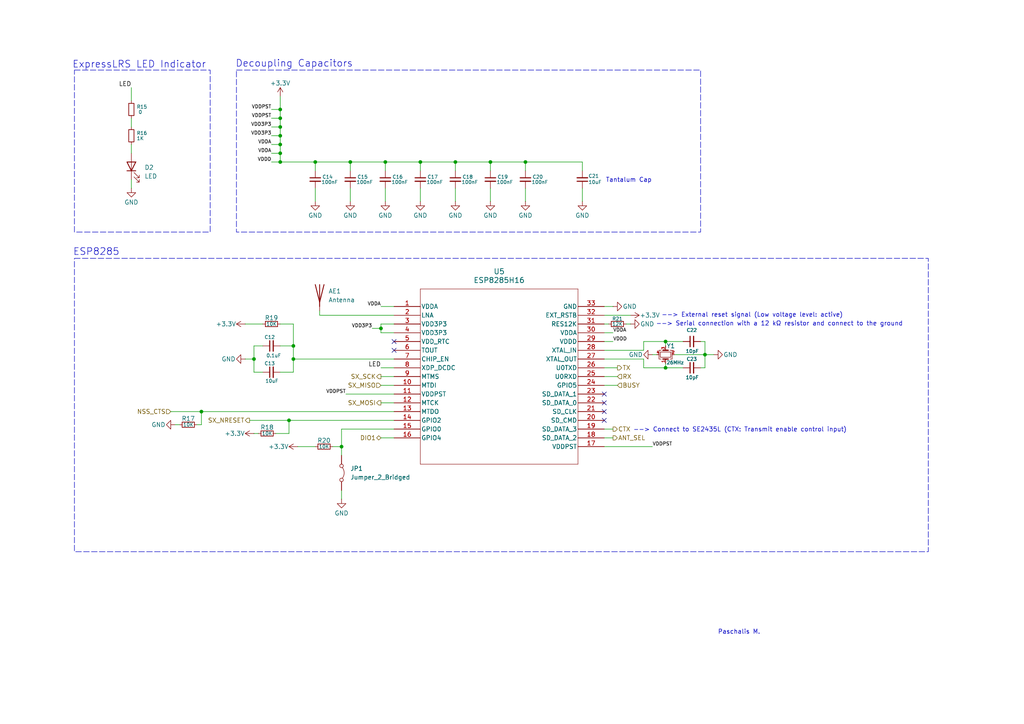
<source format=kicad_sch>
(kicad_sch (version 20231120) (generator "eeschema") (generator_version "8.0")
  (paper "A4")
  (title_block (title "ESP8285") (date "05-01-2025") (rev "1.0") (company "https://github.com/Paschalis") (comment 1 "based on signal strength.") (comment 2 "SX1280 and manages antenna diversity by dynamically switching antennas ") (comment 3 "Is used to flash the ELRS firmware for a 2.4GHz receiver. It controls the  "))
  (lib_symbols
    (symbol "Device:Antenna" (pin_numbers hide) (pin_names (offset 1.016) hide)
      (property "Reference" "AE" (at -1.905 1.905 0))
      (property "Value" "Antenna" (at -1.905 0 0))
      (symbol "Antenna_0_1"
        (polyline (pts (xy 0 2.54) (xy 0 -3.81)) (stroke (width 0.254)))
        (polyline (pts (xy 1.27 2.54) (xy 0 -2.54) (xy -1.27 2.54)) (stroke (width 0.254)))
      )
      (symbol "Antenna_1_1"
        (pin input line (at 0 -5.08 90) (length 2.54) (name "A") (number "1"))
      )
    )
    (symbol "Device:C_Small" (pin_numbers hide) (pin_names (offset 0.254) hide)
      (property "Reference" "C" (at 0.254 1.778 0))
      (property "Value" "C_Small" (at 0.254 -2.032 0))
      (symbol "C_Small_0_1"
        (polyline (pts (xy -1.524 -0.508) (xy 1.524 -0.508)) (stroke (width 0.3302)))
        (polyline (pts (xy -1.524 0.508) (xy 1.524 0.508)) (stroke (width 0.3048)))
      )
      (symbol "C_Small_1_1"
        (pin passive line (at 0 2.54 270) (length 2.032) (name "~") (number "1"))
        (pin passive line (at 0 -2.54 90) (length 2.032) (name "~") (number "2"))
      )
    )
    (symbol "Device:Crystal_GND24_Small" (pin_names (offset 1.016) hide)
      (property "Reference" "Y" (at 1.27 4.445 0))
      (property "Value" "Crystal_GND24_Small" (at 1.27 2.54 0))
      (symbol "Crystal_GND24_Small_0_1"
        (rectangle (start -0.762 -1.524) (end 0.762 1.524))
        (polyline (pts (xy -1.27 -0.762) (xy -1.27 0.762)) (stroke (width 0.381)))
        (polyline (pts (xy 1.27 -0.762) (xy 1.27 0.762)) (stroke (width 0.381)))
        (polyline (pts (xy -1.27 -1.27) (xy -1.27 -1.905) (xy 1.27 -1.905) (xy 1.27 -1.27)))
        (polyline (pts (xy -1.27 1.27) (xy -1.27 1.905) (xy 1.27 1.905) (xy 1.27 1.27)))
      )
      (symbol "Crystal_GND24_Small_1_1"
        (pin passive line (at -2.54 0 0) (length 1.27) (name "1") (number "1"))
        (pin passive line (at 0 -2.54 90) (length 0.635) (name "2") (number "2"))
        (pin passive line (at 2.54 0 180) (length 1.27) (name "3") (number "3"))
        (pin passive line (at 0 2.54 270) (length 0.635) (name "4") (number "4"))
      )
    )
    (symbol "Device:LED" (pin_numbers hide) (pin_names (offset 1.016) hide)
      (property "Reference" "D" (at 0 2.54 0))
      (property "Value" "LED" (at 0 -2.54 0))
      (symbol "LED_0_1"
        (polyline (pts (xy -1.27 -1.27) (xy -1.27 1.27)) (stroke (width 0.254)))
        (polyline (pts (xy -1.27 0) (xy 1.27 0)))
        (polyline (pts (xy 1.27 -1.27) (xy 1.27 1.27) (xy -1.27 0) (xy 1.27 -1.27)) (stroke (width 0.254)))
        (polyline (pts (xy -3.048 -0.762) (xy -4.572 -2.286) (xy -3.81 -2.286) (xy -4.572 -2.286) (xy -4.572 -1.524)))
        (polyline (pts (xy -1.778 -0.762) (xy -3.302 -2.286) (xy -2.54 -2.286) (xy -3.302 -2.286) (xy -3.302 -1.524)))
      )
      (symbol "LED_1_1"
        (pin passive line (at -3.81 0 0) (length 2.54) (name "K") (number "1"))
        (pin passive line (at 3.81 0 180) (length 2.54) (name "A") (number "2"))
      )
    )
    (symbol "Device:R_Small" (pin_numbers hide) (pin_names (offset 0.254) hide)
      (property "Reference" "R" (at 0.762 0.508 0))
      (property "Value" "R_Small" (at 0.762 -1.016 0))
      (symbol "R_Small_0_1"
        (rectangle (start -0.762 1.778) (end 0.762 -1.778) (stroke (width 0.2032)))
      )
      (symbol "R_Small_1_1"
        (pin passive line (at 0 2.54 270) (length 0.762) (name "~") (number "1"))
        (pin passive line (at 0 -2.54 90) (length 0.762) (name "~") (number "2"))
      )
    )
    (symbol "ESP8285H16:ESP8285H16" (pin_names (offset 0.254))
      (property "Reference" "U" (at 30.48 10.16 0))
      (property "Value" "ESP8285H16" (at 30.48 7.62 0))
      (symbol "ESP8285H16_0_1"
        (polyline (pts (xy 7.62 -45.72) (xy 53.34 -45.72)) (stroke (width 0.127)))
        (polyline (pts (xy 7.62 5.08) (xy 7.62 -45.72)) (stroke (width 0.127)))
        (polyline (pts (xy 53.34 -45.72) (xy 53.34 5.08)) (stroke (width 0.127)))
        (polyline (pts (xy 53.34 5.08) (xy 7.62 5.08)) (stroke (width 0.127)))
        (pin power_in line (at 0 0 0) (length 7.62) (name "VDDA") (number "1"))
        (pin bidirectional line (at 0 -22.86 0) (length 7.62) (name "MTDI") (number "10"))
        (pin power_in line (at 0 -25.4 0) (length 7.62) (name "VDDPST") (number "11"))
        (pin bidirectional line (at 0 -27.94 0) (length 7.62) (name "MTCK") (number "12"))
        (pin bidirectional line (at 0 -30.48 0) (length 7.62) (name "MTDO") (number "13"))
        (pin bidirectional line (at 0 -33.02 0) (length 7.62) (name "GPIO2") (number "14"))
        (pin bidirectional line (at 0 -35.56 0) (length 7.62) (name "GPIO0") (number "15"))
        (pin bidirectional line (at 0 -38.1 0) (length 7.62) (name "GPIO4") (number "16"))
        (pin power_in line (at 60.96 -40.64 180) (length 7.62) (name "VDDPST") (number "17"))
        (pin bidirectional line (at 60.96 -38.1 180) (length 7.62) (name "SD_DATA_2") (number "18"))
        (pin bidirectional line (at 60.96 -35.56 180) (length 7.62) (name "SD_DATA_3") (number "19"))
        (pin bidirectional line (at 0 -2.54 0) (length 7.62) (name "LNA") (number "2"))
        (pin bidirectional line (at 60.96 -33.02 180) (length 7.62) (name "SD_CMD") (number "20"))
        (pin bidirectional line (at 60.96 -30.48 180) (length 7.62) (name "SD_CLK") (number "21"))
        (pin bidirectional line (at 60.96 -27.94 180) (length 7.62) (name "SD_DATA_0") (number "22"))
        (pin bidirectional line (at 60.96 -25.4 180) (length 7.62) (name "SD_DATA_1") (number "23"))
        (pin bidirectional line (at 60.96 -22.86 180) (length 7.62) (name "GPIO5") (number "24"))
        (pin bidirectional line (at 60.96 -20.32 180) (length 7.62) (name "U0RXD") (number "25"))
        (pin bidirectional line (at 60.96 -17.78 180) (length 7.62) (name "U0TXD") (number "26"))
        (pin bidirectional line (at 60.96 -15.24 180) (length 7.62) (name "XTAL_OUT") (number "27"))
        (pin bidirectional line (at 60.96 -12.7 180) (length 7.62) (name "XTAL_IN") (number "28"))
        (pin power_in line (at 60.96 -10.16 180) (length 7.62) (name "VDDD") (number "29"))
        (pin power_in line (at 0 -5.08 0) (length 7.62) (name "VDD3P3") (number "3"))
        (pin power_in line (at 60.96 -7.62 180) (length 7.62) (name "VDDA") (number "30"))
        (pin input line (at 60.96 -5.08 180) (length 7.62) (name "RES12K") (number "31"))
        (pin input line (at 60.96 -2.54 180) (length 7.62) (name "EXT_RSTB") (number "32"))
        (pin power_out line (at 60.96 0 180) (length 7.62) (name "GND") (number "33"))
        (pin power_in line (at 0 -7.62 0) (length 7.62) (name "VDD3P3") (number "4"))
        (pin power_in line (at 0 -10.16 0) (length 7.62) (name "VDD_RTC") (number "5"))
        (pin input line (at 0 -12.7 0) (length 7.62) (name "TOUT") (number "6"))
        (pin input line (at 0 -15.24 0) (length 7.62) (name "CHIP_EN") (number "7"))
        (pin bidirectional line (at 0 -17.78 0) (length 7.62) (name "XDP_DCDC") (number "8"))
        (pin bidirectional line (at 0 -20.32 0) (length 7.62) (name "MTMS") (number "9"))
      )
    )
    (symbol "Jumper:Jumper_2_Bridged" (pin_numbers hide) (pin_names (offset 0) hide) (exclude_from_sim yes)
      (property "Reference" "JP" (at 0 1.905 0))
      (property "Value" "Jumper_2_Bridged" (at 0 -2.54 0))
      (symbol "Jumper_2_Bridged_0_0"
        (circle (center -2.032 0) (radius 0.508))
        (circle (center 2.032 0) (radius 0.508))
      )
      (symbol "Jumper_2_Bridged_0_1"
        (arc (start 1.524 0.254) (mid 0 0.762) (end -1.524 0.254))
      )
      (symbol "Jumper_2_Bridged_1_1"
        (pin passive line (at -5.08 0 0) (length 2.54) (name "A") (number "1"))
        (pin passive line (at 5.08 0 180) (length 2.54) (name "B") (number "2"))
      )
    )
    (symbol "power:+3.3V" (power) (pin_numbers hide) (pin_names (offset 0) hide)
      (property "Value" "+3.3V" (at 0 3.556 0))
      (symbol "+3.3V_0_1"
        (polyline (pts (xy -0.762 1.27) (xy 0 2.54)))
        (polyline (pts (xy 0 0) (xy 0 2.54)))
        (polyline (pts (xy 0 2.54) (xy 0.762 1.27)))
      )
      (symbol "+3.3V_1_1"
        (pin power_in line (at 0 0 90) (length 0) (name "~") (number "1"))
      )
    )
    (symbol "power:GND" (power) (pin_numbers hide) (pin_names (offset 0) hide)
      (property "Value" "GND" (at 0 -3.81 0))
      (symbol "GND_0_1"
        (polyline (pts (xy 0 0) (xy 0 -1.27) (xy 1.27 -1.27) (xy 0 -2.54) (xy -1.27 -1.27) (xy 0 -1.27)))
      )
      (symbol "GND_1_1"
        (pin power_in line (at 0 0 270) (length 0) (name "~") (number "1"))
      )
    )
  )
  (junction (at 111.76 46.99))
  (junction (at 73.66 104.14))
  (junction (at 121.92 46.99))
  (junction (at 152.4 46.99))
  (junction (at 193.04 99.06))
  (junction (at 193.04 106.68))
  (junction (at 81.28 31.75))
  (junction (at 81.28 46.99))
  (junction (at 110.49 95.25))
  (junction (at 81.28 34.29))
  (junction (at 91.44 46.99))
  (junction (at 142.24 46.99))
  (junction (at 132.08 46.99))
  (junction (at 85.09 100.33))
  (junction (at 85.09 104.14))
  (junction (at 204.47 102.87))
  (junction (at 81.28 39.37))
  (junction (at 99.06 129.54))
  (junction (at 101.6 46.99))
  (junction (at 58.42 119.38))
  (junction (at 81.28 41.91))
  (junction (at 81.28 36.83))
  (junction (at 83.82 121.92))
  (junction (at 81.28 44.45))
  (no_connect (at 114.3 99.06))
  (no_connect (at 175.26 119.38))
  (no_connect (at 175.26 121.92))
  (no_connect (at 114.3 101.6))
  (no_connect (at 175.26 116.84))
  (no_connect (at 175.26 114.3))
  (wire (pts (xy 58.42 123.19) (xy 57.15 123.19)))
  (wire (pts (xy 152.4 49.53) (xy 152.4 46.99)))
  (wire (pts (xy 152.4 46.99) (xy 168.91 46.99)))
  (wire (pts (xy 168.91 54.61) (xy 168.91 58.42)))
  (wire (pts (xy 50.8 123.19) (xy 52.07 123.19)))
  (wire (pts (xy 81.28 93.98) (xy 85.09 93.98)))
  (wire (pts (xy 121.92 46.99) (xy 121.92 49.53)))
  (wire (pts (xy 142.24 46.99) (xy 132.08 46.99)))
  (wire (pts (xy 58.42 119.38) (xy 114.3 119.38)))
  (wire (pts (xy 175.26 99.06) (xy 177.8 99.06)))
  (wire (pts (xy 203.2 106.68) (xy 204.47 106.68)))
  (wire (pts (xy 78.74 41.91) (xy 81.28 41.91)))
  (wire (pts (xy 78.74 46.99) (xy 81.28 46.99)))
  (wire (pts (xy 111.76 46.99) (xy 111.76 49.53)))
  (wire (pts (xy 81.28 44.45) (xy 81.28 41.91)))
  (wire (pts (xy 99.06 124.46) (xy 99.06 129.54)))
  (wire (pts (xy 73.66 125.73) (xy 74.93 125.73)))
  (wire (pts (xy 72.39 121.92) (xy 83.82 121.92)))
  (wire (pts (xy 175.26 129.54) (xy 189.23 129.54)))
  (wire (pts (xy 83.82 125.73) (xy 80.01 125.73)))
  (wire (pts (xy 175.26 93.98) (xy 176.53 93.98)))
  (wire (pts (xy 81.28 39.37) (xy 81.28 36.83)))
  (wire (pts (xy 175.26 109.22) (xy 179.07 109.22)))
  (wire (pts (xy 195.58 102.87) (xy 204.47 102.87)))
  (wire (pts (xy 86.36 129.54) (xy 91.44 129.54)))
  (wire (pts (xy 175.26 104.14) (xy 186.69 104.14)))
  (wire (pts (xy 110.49 96.52) (xy 114.3 96.52)))
  (wire (pts (xy 175.26 124.46) (xy 177.8 124.46)))
  (wire (pts (xy 142.24 46.99) (xy 142.24 49.53)))
  (wire (pts (xy 110.49 111.76) (xy 114.3 111.76)))
  (wire (pts (xy 175.26 111.76) (xy 179.07 111.76)))
  (wire (pts (xy 121.92 54.61) (xy 121.92 58.42)))
  (wire (pts (xy 101.6 46.99) (xy 91.44 46.99)))
  (wire (pts (xy 81.28 46.99) (xy 81.28 44.45)))
  (wire (pts (xy 85.09 93.98) (xy 85.09 100.33)))
  (wire (pts (xy 81.28 36.83) (xy 81.28 34.29)))
  (wire (pts (xy 193.04 106.68) (xy 193.04 105.41)))
  (wire (pts (xy 99.06 142.24) (xy 99.06 144.78)))
  (wire (pts (xy 121.92 46.99) (xy 111.76 46.99)))
  (wire (pts (xy 111.76 54.61) (xy 111.76 58.42)))
  (wire (pts (xy 81.28 31.75) (xy 81.28 34.29)))
  (wire (pts (xy 186.69 106.68) (xy 193.04 106.68)))
  (wire (pts (xy 91.44 46.99) (xy 91.44 49.53)))
  (wire (pts (xy 81.28 27.94) (xy 81.28 31.75)))
  (wire (pts (xy 83.82 125.73) (xy 83.82 121.92)))
  (wire (pts (xy 186.69 101.6) (xy 186.69 99.06)))
  (wire (pts (xy 110.49 93.98) (xy 110.49 95.25)))
  (wire (pts (xy 198.12 106.68) (xy 193.04 106.68)))
  (wire (pts (xy 175.26 96.52) (xy 177.8 96.52)))
  (wire (pts (xy 85.09 100.33) (xy 81.28 100.33)))
  (wire (pts (xy 111.76 46.99) (xy 101.6 46.99)))
  (wire (pts (xy 38.1 41.91) (xy 38.1 44.45)))
  (wire (pts (xy 142.24 54.61) (xy 142.24 58.42)))
  (wire (pts (xy 168.91 49.53) (xy 168.91 46.99)))
  (wire (pts (xy 189.23 102.87) (xy 190.5 102.87)))
  (wire (pts (xy 85.09 104.14) (xy 114.3 104.14)))
  (wire (pts (xy 193.04 99.06) (xy 193.04 100.33)))
  (wire (pts (xy 73.66 107.95) (xy 73.66 104.14)))
  (wire (pts (xy 101.6 46.99) (xy 101.6 49.53)))
  (wire (pts (xy 92.71 91.44) (xy 114.3 91.44)))
  (wire (pts (xy 81.28 107.95) (xy 85.09 107.95)))
  (wire (pts (xy 76.2 107.95) (xy 73.66 107.95)))
  (wire (pts (xy 152.4 46.99) (xy 142.24 46.99)))
  (wire (pts (xy 132.08 46.99) (xy 121.92 46.99)))
  (wire (pts (xy 78.74 31.75) (xy 81.28 31.75)))
  (wire (pts (xy 38.1 34.29) (xy 38.1 36.83)))
  (wire (pts (xy 78.74 36.83) (xy 81.28 36.83)))
  (wire (pts (xy 49.53 119.38) (xy 58.42 119.38)))
  (wire (pts (xy 114.3 124.46) (xy 99.06 124.46)))
  (wire (pts (xy 204.47 106.68) (xy 204.47 102.87)))
  (wire (pts (xy 71.12 93.98) (xy 76.2 93.98)))
  (wire (pts (xy 101.6 54.61) (xy 101.6 58.42)))
  (wire (pts (xy 58.42 123.19) (xy 58.42 119.38)))
  (wire (pts (xy 81.28 41.91) (xy 81.28 39.37)))
  (wire (pts (xy 110.49 93.98) (xy 114.3 93.98)))
  (wire (pts (xy 38.1 52.07) (xy 38.1 54.61)))
  (wire (pts (xy 99.06 129.54) (xy 99.06 132.08)))
  (wire (pts (xy 85.09 100.33) (xy 85.09 104.14)))
  (wire (pts (xy 91.44 54.61) (xy 91.44 58.42)))
  (wire (pts (xy 81.28 34.29) (xy 78.74 34.29)))
  (wire (pts (xy 76.2 100.33) (xy 73.66 100.33)))
  (wire (pts (xy 186.69 99.06) (xy 193.04 99.06)))
  (wire (pts (xy 107.95 95.25) (xy 110.49 95.25)))
  (wire (pts (xy 78.74 39.37) (xy 81.28 39.37)))
  (wire (pts (xy 110.49 95.25) (xy 110.49 96.52)))
  (wire (pts (xy 73.66 100.33) (xy 73.66 104.14)))
  (wire (pts (xy 38.1 25.4) (xy 38.1 29.21)))
  (wire (pts (xy 203.2 99.06) (xy 204.47 99.06)))
  (wire (pts (xy 83.82 121.92) (xy 114.3 121.92)))
  (wire (pts (xy 110.49 116.84) (xy 114.3 116.84)))
  (wire (pts (xy 204.47 99.06) (xy 204.47 102.87)))
  (wire (pts (xy 92.71 90.17) (xy 92.71 91.44)))
  (wire (pts (xy 198.12 99.06) (xy 193.04 99.06)))
  (wire (pts (xy 110.49 106.68) (xy 114.3 106.68)))
  (wire (pts (xy 175.26 106.68) (xy 179.07 106.68)))
  (wire (pts (xy 91.44 46.99) (xy 81.28 46.99)))
  (wire (pts (xy 175.26 88.9) (xy 177.8 88.9)))
  (wire (pts (xy 181.61 93.98) (xy 182.88 93.98)))
  (wire (pts (xy 132.08 54.61) (xy 132.08 58.42)))
  (wire (pts (xy 175.26 91.44) (xy 182.88 91.44)))
  (wire (pts (xy 186.69 104.14) (xy 186.69 106.68)))
  (wire (pts (xy 152.4 54.61) (xy 152.4 58.42)))
  (wire (pts (xy 110.49 88.9) (xy 114.3 88.9)))
  (wire (pts (xy 78.74 44.45) (xy 81.28 44.45)))
  (wire (pts (xy 204.47 102.87) (xy 207.01 102.87)))
  (wire (pts (xy 110.49 127) (xy 114.3 127)))
  (wire (pts (xy 175.26 101.6) (xy 186.69 101.6)))
  (wire (pts (xy 73.66 104.14) (xy 71.12 104.14)))
  (wire (pts (xy 110.49 109.22) (xy 114.3 109.22)))
  (wire (pts (xy 100.33 114.3) (xy 114.3 114.3)))
  (wire (pts (xy 132.08 46.99) (xy 132.08 49.53)))
  (wire (pts (xy 175.26 127) (xy 177.8 127)))
  (wire (pts (xy 96.52 129.54) (xy 99.06 129.54)))
  (wire (pts (xy 85.09 107.95) (xy 85.09 104.14)))
  (rectangle (start 21.59 20.32) (end 60.96 67.31) (stroke (width 0) (type dash)))
  (rectangle (start 21.59 74.93) (end 269.24 160.02) (stroke (width 0) (type dash)))
  (rectangle (start 68.58 20.32) (end 203.2 67.31) (stroke (width 0) (type dash)))
  (text "--> External reset signal (Low voltage level: active)" (at 218.186 91.44 0) (effects (font (size 1.27 1.27))))
  (text "Decoupling Capacitors" (at 85.344 18.542 0) (effects (font (size 2 2))))
  (text "ExpressLRS LED Indicator" (at 40.386 18.796 0) (effects (font (size 2 2))))
  (text "--> Connect to SE2435L (CTX: Transmit enable control input)" (at 214.63 124.714 0) (effects (font (size 1.27 1.27))))
  (text "--> Serial connection with a 12 kΩ resistor and connect to the ground" (at 226.06 93.98 0) (effects (font (size 1.27 1.27))))
  (text "Tantalum Cap" (at 182.372 52.324 0) (effects (font (size 1.27 1.27))))
  (text "Paschalis M." (at 214.376 183.388 0) (effects (font (size 1.27 1.27))))
  (text "ESP8285" (at 27.94 73.152 0) (effects (font (size 2 2))))
  (label "VDDD" (at 177.8 99.06 0) (effects (font (size 1 1))))
  (label "VDDA" (at 177.8 96.52 0) (effects (font (size 1 1))))
  (label "VDDD" (at 78.74 46.99 180) (effects (font (size 1 1))))
  (label "LED" (at 110.49 106.68 180))
  (label "VDD3P3" (at 107.95 95.25 180) (effects (font (size 1 1))))
  (label "VDD3P3" (at 78.74 36.83 180) (effects (font (size 1 1))))
  (label "VDDPST" (at 78.74 34.29 180) (effects (font (size 1 1))))
  (label "LED" (at 38.1 25.4 180))
  (label "VDDPST" (at 189.23 129.54 0) (effects (font (size 1 1))))
  (label "VDDA" (at 78.74 41.91 180) (effects (font (size 1 1))))
  (label "VDDPST" (at 100.33 114.3 180) (effects (font (size 1 1))))
  (label "VDDA" (at 78.74 44.45 180) (effects (font (size 1 1))))
  (label "VDDPST" (at 78.74 31.75 180) (effects (font (size 1 1))))
  (label "VDD3P3" (at 78.74 39.37 180) (effects (font (size 1 1))))
  (label "VDDA" (at 110.49 88.9 180) (effects (font (size 1 1))))
  (hierarchical_label "TX" (shape output) (at 179.07 106.68 0))
  (hierarchical_label "RX" (shape input) (at 179.07 109.22 0))
  (hierarchical_label "CTX" (shape output) (at 177.8 124.46 0))
  (hierarchical_label "ANT_SEL" (shape output) (at 177.8 127 0))
  (hierarchical_label "SX_NRESET" (shape output) (at 72.39 121.92 180))
  (hierarchical_label "NSS_CTS" (shape input) (at 49.53 119.38 180))
  (hierarchical_label "SX_MISO" (shape input) (at 110.49 111.76 180))
  (hierarchical_label "BUSY" (shape input) (at 179.07 111.76 0))
  (hierarchical_label "DIO1" (shape bidirectional) (at 110.49 127 180))
  (hierarchical_label "SX_SCK" (shape output) (at 110.49 109.22 180))
  (hierarchical_label "SX_MOSI" (shape output) (at 110.49 116.84 180))
  (symbol (lib_id "Device:C_Small") (at 91.44 52.07 0) (unit 1)
    (property "Reference" "C14" (at 93.472 51.308 0) (effects (font (size 1 1)) (justify left)))
    (property "Value" "100nF" (at 93.218 52.832 0) (effects (font (size 1 1)) (justify left)))
    (property "Footprint" "Capacitor_SMD:C_0805_2012Metric_Pad1.18x1.45mm_HandSolder" (effects (hide yes)))
    (property "Description" "Unpolarized capacitor, small symbol" (effects (hide yes)))
  )
  (symbol (lib_id "Device:C_Small") (at 142.24 52.07 0) (unit 1)
    (property "Reference" "C19" (at 144.272 51.308 0) (effects (font (size 1 1)) (justify left)))
    (property "Value" "100nF" (at 144.018 52.832 0) (effects (font (size 1 1)) (justify left)))
    (property "Footprint" "Capacitor_SMD:C_0805_2012Metric_Pad1.18x1.45mm_HandSolder" (effects (hide yes)))
    (property "Description" "Unpolarized capacitor, small symbol" (effects (hide yes)))
  )
  (symbol (lib_id "power:GND") (at 101.6 58.42 0) (unit 1)
    (property "Reference" "#PWR039" (effects (hide yes)))
    (property "Value" "GND" (at 101.6 62.484 0))
    (property "Description" "Power symbol creates a global label with name \"GND\" , ground" (effects (hide yes)))
  )
  (symbol (lib_id "power:GND") (at 121.92 58.42 0) (unit 1)
    (property "Reference" "#PWR041" (effects (hide yes)))
    (property "Value" "GND" (at 121.92 62.484 0))
    (property "Description" "Power symbol creates a global label with name \"GND\" , ground" (effects (hide yes)))
  )
  (symbol (lib_id "Device:C_Small") (at 168.91 52.07 180) (unit 1)
    (property "Reference" "C21" (at 173.736 51.054 0) (effects (font (size 1 1)) (justify left)))
    (property "Value" "10uF" (at 174.498 52.832 0) (effects (font (size 1 1)) (justify left)))
    (property "Footprint" "ECASD40J106M055K00:ECASD40J106M055K00" (effects (hide yes)))
    (property "Description" "Unpolarized capacitor, small symbol" (effects (hide yes)))
  )
  (symbol (lib_id "Device:C_Small") (at 78.74 107.95 90) (unit 1)
    (property "Reference" "C13" (at 79.756 105.41 90) (effects (font (size 1 1)) (justify left)))
    (property "Value" "10uF" (at 80.772 110.49 90) (effects (font (size 1 1)) (justify left)))
    (property "Footprint" "ECASD40J106M055K00:ECASD40J106M055K00" (effects (hide yes)))
    (property "Description" "Unpolarized capacitor, small symbol" (effects (hide yes)))
  )
  (symbol (lib_id "Device:C_Small") (at 152.4 52.07 0) (unit 1)
    (property "Reference" "C20" (at 154.432 51.308 0) (effects (font (size 1 1)) (justify left)))
    (property "Value" "100nF" (at 154.178 52.832 0) (effects (font (size 1 1)) (justify left)))
    (property "Footprint" "Capacitor_SMD:C_0805_2012Metric_Pad1.18x1.45mm_HandSolder" (effects (hide yes)))
    (property "Description" "Unpolarized capacitor, small symbol" (effects (hide yes)))
  )
  (symbol (lib_id "power:GND") (at 111.76 58.42 0) (unit 1)
    (property "Reference" "#PWR040" (effects (hide yes)))
    (property "Value" "GND" (at 111.76 62.484 0))
    (property "Description" "Power symbol creates a global label with name \"GND\" , ground" (effects (hide yes)))
  )
  (symbol (lib_id "Device:R_Small") (at 54.61 123.19 90) (unit 1)
    (property "Reference" "R17" (at 54.61 121.412 90))
    (property "Value" "10K" (at 54.61 123.19 90) (effects (font (size 1 1))))
    (property "Footprint" "Resistor_SMD:R_0805_2012Metric_Pad1.20x1.40mm_HandSolder" (effects (hide yes)))
    (property "Description" "Resistor, small symbol" (effects (hide yes)))
  )
  (symbol (lib_id "power:GND") (at 38.1 54.61 0) (unit 1)
    (property "Reference" "#PWR030" (effects (hide yes)))
    (property "Value" "GND" (at 38.1 58.674 0))
    (property "Description" "Power symbol creates a global label with name \"GND\" , ground" (effects (hide yes)))
  )
  (symbol (lib_id "Device:R_Small") (at 93.98 129.54 90) (unit 1)
    (property "Reference" "R20" (at 93.98 127.762 90))
    (property "Value" "10K" (at 93.98 129.54 90) (effects (font (size 1 1))))
    (property "Footprint" "Resistor_SMD:R_0805_2012Metric_Pad1.20x1.40mm_HandSolder" (effects (hide yes)))
    (property "Description" "Resistor, small symbol" (effects (hide yes)))
  )
  (symbol (lib_id "Device:Antenna") (at 92.71 85.09 0) (unit 1)
    (property "Reference" "AE1" (at 95.25 84.4549 0) (effects (justify left)))
    (property "Value" "Antenna" (at 95.25 86.9949 0) (effects (justify left)))
    (property "Footprint" "RF_Antenna:Texas_SWRA117D_2.4GHz_Right" (effects (hide yes)))
    (property "Description" "Antenna" (effects (hide yes)))
  )
  (symbol (lib_id "power:+3.3V") (at 86.36 129.54 90) (mirror x) (unit 1)
    (property "Reference" "#PWR036" (effects (hide yes)))
    (property "Value" "+3.3V" (at 80.772 129.54 90))
    (property "Description" "Power symbol creates a global label with name \"+3.3V\"" (effects (hide yes)))
  )
  (symbol (lib_id "Device:C_Small") (at 200.66 106.68 90) (unit 1)
    (property "Reference" "C23" (at 202.184 104.14 90) (effects (font (size 1 1)) (justify left)))
    (property "Value" "10pF" (at 202.692 109.474 90) (effects (font (size 1 1)) (justify left)))
    (property "Footprint" "Capacitor_SMD:C_0805_2012Metric_Pad1.18x1.45mm_HandSolder" (effects (hide yes)))
    (property "Description" "Unpolarized capacitor, small symbol" (effects (hide yes)))
  )
  (symbol (lib_id "Device:Crystal_GND24_Small") (at 193.04 102.87 90) (unit 1)
    (property "Reference" "Y1" (at 194.564 100.33 90))
    (property "Value" "26MHz" (at 195.834 105.156 90) (effects (font (size 1 1))))
    (property "Footprint" "Crystal:Crystal_SMD_2016-4Pin_2.0x1.6mm" (effects (hide yes)))
    (property "Description" "Four pin crystal, GND on pins 2 and 4, small symbol" (effects (hide yes)))
  )
  (symbol (lib_id "Device:C_Small") (at 78.74 100.33 90) (unit 1)
    (property "Reference" "C12" (at 79.756 97.79 90) (effects (font (size 1 1)) (justify left)))
    (property "Value" "0.1uF" (at 81.534 103.124 90) (effects (font (size 1 1)) (justify left)))
    (property "Footprint" "Capacitor_SMD:C_0805_2012Metric_Pad1.18x1.45mm_HandSolder" (effects (hide yes)))
    (property "Description" "Unpolarized capacitor, small symbol" (effects (hide yes)))
  )
  (symbol (lib_id "Device:C_Small") (at 200.66 99.06 90) (unit 1)
    (property "Reference" "C22" (at 202.184 95.758 90) (effects (font (size 1 1)) (justify left)))
    (property "Value" "10pF" (at 202.692 101.854 90) (effects (font (size 1 1)) (justify left)))
    (property "Footprint" "Capacitor_SMD:C_0805_2012Metric_Pad1.18x1.45mm_HandSolder" (effects (hide yes)))
    (property "Description" "Unpolarized capacitor, small symbol" (effects (hide yes)))
  )
  (symbol (lib_id "power:+3.3V") (at 71.12 93.98 90) (mirror x) (unit 1)
    (property "Reference" "#PWR032" (effects (hide yes)))
    (property "Value" "+3.3V" (at 65.532 93.98 90))
    (property "Description" "Power symbol creates a global label with name \"+3.3V\"" (effects (hide yes)))
  )
  (symbol (lib_id "Device:R_Small") (at 77.47 125.73 90) (unit 1)
    (property "Reference" "R18" (at 77.47 123.952 90))
    (property "Value" "10K" (at 77.47 125.73 90) (effects (font (size 1 1))))
    (property "Footprint" "Resistor_SMD:R_0805_2012Metric_Pad1.20x1.40mm_HandSolder" (effects (hide yes)))
    (property "Description" "Resistor, small symbol" (effects (hide yes)))
  )
  (symbol (lib_id "Device:C_Small") (at 111.76 52.07 0) (unit 1)
    (property "Reference" "C16" (at 113.792 51.308 0) (effects (font (size 1 1)) (justify left)))
    (property "Value" "100nF" (at 113.538 52.832 0) (effects (font (size 1 1)) (justify left)))
    (property "Footprint" "Capacitor_SMD:C_0805_2012Metric_Pad1.18x1.45mm_HandSolder" (effects (hide yes)))
    (property "Description" "Unpolarized capacitor, small symbol" (effects (hide yes)))
  )
  (symbol (lib_id "power:GND") (at 50.8 123.19 270) (mirror x) (unit 1)
    (property "Reference" "#PWR031" (effects (hide yes)))
    (property "Value" "GND" (at 48.006 123.19 90) (effects (justify right)))
    (property "Description" "Power symbol creates a global label with name \"GND\" , ground" (effects (hide yes)))
  )
  (symbol (lib_id "power:GND") (at 132.08 58.42 0) (unit 1)
    (property "Reference" "#PWR042" (effects (hide yes)))
    (property "Value" "GND" (at 132.08 62.484 0))
    (property "Description" "Power symbol creates a global label with name \"GND\" , ground" (effects (hide yes)))
  )
  (symbol (lib_id "Device:R_Small") (at 179.07 93.98 90) (unit 1)
    (property "Reference" "R21" (at 179.07 92.456 90) (effects (font (size 1 1))))
    (property "Value" "12K" (at 179.07 93.98 90) (effects (font (size 1 1))))
    (property "Footprint" "Resistor_SMD:R_0805_2012Metric_Pad1.20x1.40mm_HandSolder" (effects (hide yes)))
    (property "Description" "Resistor, small symbol" (effects (hide yes)))
  )
  (symbol (lib_id "power:GND") (at 168.91 58.42 0) (unit 1)
    (property "Reference" "#PWR045" (effects (hide yes)))
    (property "Value" "GND" (at 168.91 62.484 0))
    (property "Description" "Power symbol creates a global label with name \"GND\" , ground" (effects (hide yes)))
  )
  (symbol (lib_id "power:GND") (at 71.12 104.14 270) (mirror x) (unit 1)
    (property "Reference" "#PWR033" (effects (hide yes)))
    (property "Value" "GND" (at 68.326 104.14 90) (effects (justify right)))
    (property "Description" "Power symbol creates a global label with name \"GND\" , ground" (effects (hide yes)))
  )
  (symbol (lib_id "power:GND") (at 142.24 58.42 0) (unit 1)
    (property "Reference" "#PWR043" (effects (hide yes)))
    (property "Value" "GND" (at 142.24 62.484 0))
    (property "Description" "Power symbol creates a global label with name \"GND\" , ground" (effects (hide yes)))
  )
  (symbol (lib_id "Device:C_Small") (at 121.92 52.07 0) (unit 1)
    (property "Reference" "C17" (at 123.952 51.308 0) (effects (font (size 1 1)) (justify left)))
    (property "Value" "100nF" (at 123.698 52.832 0) (effects (font (size 1 1)) (justify left)))
    (property "Footprint" "Capacitor_SMD:C_0805_2012Metric_Pad1.18x1.45mm_HandSolder" (effects (hide yes)))
    (property "Description" "Unpolarized capacitor, small symbol" (effects (hide yes)))
  )
  (symbol (lib_id "power:GND") (at 99.06 144.78 0) (unit 1)
    (property "Reference" "#PWR038" (effects (hide yes)))
    (property "Value" "GND" (at 99.06 148.844 0))
    (property "Description" "Power symbol creates a global label with name \"GND\" , ground" (effects (hide yes)))
  )
  (symbol (lib_id "Device:R_Small") (at 78.74 93.98 90) (unit 1)
    (property "Reference" "R19" (at 78.74 92.202 90))
    (property "Value" "10K" (at 78.74 93.98 90) (effects (font (size 1 1))))
    (property "Footprint" "Resistor_SMD:R_0805_2012Metric_Pad1.20x1.40mm_HandSolder" (effects (hide yes)))
    (property "Description" "Resistor, small symbol" (effects (hide yes)))
  )
  (symbol (lib_id "Device:R_Small") (at 38.1 31.75 0) (unit 1)
    (property "Reference" "R15" (at 39.624 30.988 0) (effects (font (size 1 1)) (justify left)))
    (property "Value" "0" (at 40.132 32.512 0) (effects (font (size 1 1)) (justify left)))
    (property "Footprint" "Resistor_SMD:R_0805_2012Metric_Pad1.20x1.40mm_HandSolder" (effects (hide yes)))
    (property "Description" "Resistor, small symbol" (effects (hide yes)))
  )
  (symbol (lib_id "power:+3.3V") (at 182.88 91.44 270) (unit 1)
    (property "Reference" "#PWR047" (effects (hide yes)))
    (property "Value" "+3.3V" (at 188.468 91.44 90))
    (property "Description" "Power symbol creates a global label with name \"+3.3V\"" (effects (hide yes)))
  )
  (symbol (lib_id "power:GND") (at 182.88 93.98 90) (unit 1)
    (property "Reference" "#PWR048" (effects (hide yes)))
    (property "Value" "GND" (at 185.674 93.98 90) (effects (justify right)))
    (property "Description" "Power symbol creates a global label with name \"GND\" , ground" (effects (hide yes)))
  )
  (symbol (lib_id "Jumper:Jumper_2_Bridged") (at 99.06 137.16 270) (unit 1) (exclude_from_sim yes)
    (property "Reference" "JP1" (at 101.6 135.8899 90) (effects (justify left)))
    (property "Value" "Jumper_2_Bridged" (at 101.6 138.4299 90) (effects (justify left)))
    (property "Footprint" "TestPoint:TestPoint_2Pads_Pitch2.54mm_Drill0.8mm" (effects (hide yes)))
    (property "Description" "Jumper, 2-pole, closed/bridged" (effects (hide yes)))
  )
  (symbol (lib_id "power:GND") (at 91.44 58.42 0) (unit 1)
    (property "Reference" "#PWR037" (effects (hide yes)))
    (property "Value" "GND" (at 91.44 62.484 0))
    (property "Description" "Power symbol creates a global label with name \"GND\" , ground" (effects (hide yes)))
  )
  (symbol (lib_id "power:+3.3V") (at 81.28 27.94 0) (unit 1)
    (property "Reference" "#PWR035" (effects (hide yes)))
    (property "Value" "+3.3V" (at 81.28 24.13 0))
    (property "Description" "Power symbol creates a global label with name \"+3.3V\"" (effects (hide yes)))
  )
  (symbol (lib_id "power:GND") (at 152.4 58.42 0) (unit 1)
    (property "Reference" "#PWR044" (effects (hide yes)))
    (property "Value" "GND" (at 152.4 62.484 0))
    (property "Description" "Power symbol creates a global label with name \"GND\" , ground" (effects (hide yes)))
  )
  (symbol (lib_id "Device:C_Small") (at 132.08 52.07 0) (unit 1)
    (property "Reference" "C18" (at 134.112 51.308 0) (effects (font (size 1 1)) (justify left)))
    (property "Value" "100nF" (at 133.858 52.832 0) (effects (font (size 1 1)) (justify left)))
    (property "Footprint" "Capacitor_SMD:C_0805_2012Metric_Pad1.18x1.45mm_HandSolder" (effects (hide yes)))
    (property "Description" "Unpolarized capacitor, small symbol" (effects (hide yes)))
  )
  (symbol (lib_id "power:GND") (at 207.01 102.87 90) (unit 1)
    (property "Reference" "#PWR050" (effects (hide yes)))
    (property "Value" "GND" (at 209.804 102.87 90) (effects (justify right)))
    (property "Description" "Power symbol creates a global label with name \"GND\" , ground" (effects (hide yes)))
  )
  (symbol (lib_id "Device:R_Small") (at 38.1 39.37 0) (unit 1)
    (property "Reference" "R16" (at 39.624 38.608 0) (effects (font (size 1 1)) (justify left)))
    (property "Value" "1K" (at 39.624 40.132 0) (effects (font (size 1 1)) (justify left)))
    (property "Footprint" "Resistor_SMD:R_0805_2012Metric_Pad1.20x1.40mm_HandSolder" (effects (hide yes)))
    (property "Description" "Resistor, small symbol" (effects (hide yes)))
  )
  (symbol (lib_id "ESP8285H16:ESP8285H16") (at 114.3 88.9 0) (unit 1)
    (property "Reference" "U5" (at 144.78 78.74 0) (effects (font (size 1.524 1.524))))
    (property "Value" "ESP8285H16" (at 144.78 81.28 0) (effects (font (size 1.524 1.524))))
    (property "Footprint" "ESP8285H16:QFN32_5X5_EXP" (effects (hide yes)))
    (property "Datasheet" "ESP8285H16" (effects (hide yes)))
  )
  (symbol (lib_id "power:+3.3V") (at 73.66 125.73 90) (mirror x) (unit 1)
    (property "Reference" "#PWR034" (effects (hide yes)))
    (property "Value" "+3.3V" (at 68.072 125.73 90))
    (property "Description" "Power symbol creates a global label with name \"+3.3V\"" (effects (hide yes)))
  )
  (symbol (lib_id "power:GND") (at 189.23 102.87 270) (mirror x) (unit 1)
    (property "Reference" "#PWR049" (effects (hide yes)))
    (property "Value" "GND" (at 186.436 102.87 90) (effects (justify right)))
    (property "Description" "Power symbol creates a global label with name \"GND\" , ground" (effects (hide yes)))
  )
  (symbol (lib_id "power:GND") (at 177.8 88.9 90) (unit 1)
    (property "Reference" "#PWR046" (effects (hide yes)))
    (property "Value" "GND" (at 180.594 88.9 90) (effects (justify right)))
    (property "Description" "Power symbol creates a global label with name \"GND\" , ground" (effects (hide yes)))
  )
  (symbol (lib_id "Device:C_Small") (at 101.6 52.07 0) (unit 1)
    (property "Reference" "C15" (at 103.632 51.308 0) (effects (font (size 1 1)) (justify left)))
    (property "Value" "100nF" (at 103.378 52.832 0) (effects (font (size 1 1)) (justify left)))
    (property "Footprint" "Capacitor_SMD:C_0805_2012Metric_Pad1.18x1.45mm_HandSolder" (effects (hide yes)))
    (property "Description" "Unpolarized capacitor, small symbol" (effects (hide yes)))
  )
  (symbol (lib_id "Device:LED") (at 38.1 48.26 90) (unit 1)
    (property "Reference" "D2" (at 41.91 48.5774 90) (effects (justify right)))
    (property "Value" "LED" (at 41.91 51.1174 90) (effects (justify right)))
    (property "Footprint" "LED_SMD:LED_0805_2012Metric_Pad1.15x1.40mm_HandSolder" (effects (hide yes)))
    (property "Description" "Light emitting diode" (effects (hide yes)))
  )
)
</source>
